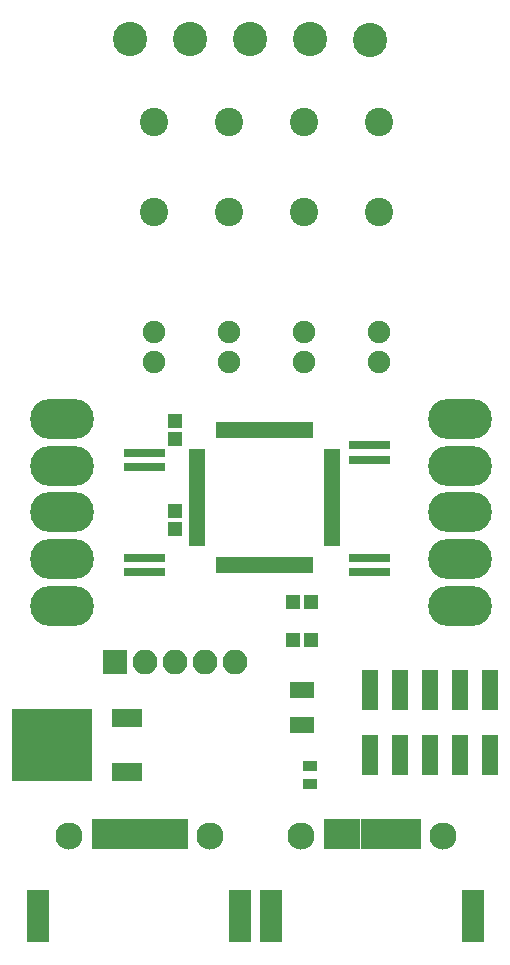
<source format=gts>
G04 #@! TF.FileFunction,Soldermask,Top*
%FSLAX46Y46*%
G04 Gerber Fmt 4.6, Leading zero omitted, Abs format (unit mm)*
G04 Created by KiCad (PCBNEW 4.0.4-stable) date 06/11/17 19:28:35*
%MOMM*%
%LPD*%
G01*
G04 APERTURE LIST*
%ADD10C,0.100000*%
%ADD11R,1.200000X1.150000*%
%ADD12R,1.150000X1.200000*%
%ADD13R,1.900000X4.400000*%
%ADD14C,1.300000*%
%ADD15C,2.300000*%
%ADD16R,1.000000X2.500000*%
%ADD17O,5.401260X3.399740*%
%ADD18C,2.900000*%
%ADD19R,2.100000X2.100000*%
%ADD20O,2.100000X2.100000*%
%ADD21R,1.300000X0.900000*%
%ADD22R,1.050000X0.800000*%
%ADD23R,0.850000X0.800000*%
%ADD24R,1.400000X0.650000*%
%ADD25R,0.650000X1.400000*%
%ADD26C,1.900000*%
%ADD27C,2.400000*%
%ADD28R,2.600000X1.600000*%
%ADD29R,6.800000X6.200000*%
%ADD30R,2.000000X1.400000*%
%ADD31R,1.400000X3.400000*%
G04 APERTURE END LIST*
D10*
D11*
X26785000Y29210000D03*
X25285000Y29210000D03*
D12*
X15240000Y46240000D03*
X15240000Y47740000D03*
D11*
X26785000Y32385000D03*
X25285000Y32385000D03*
D12*
X15240000Y38620000D03*
X15240000Y40120000D03*
D13*
X23370000Y5835000D03*
D14*
X23370000Y5835000D03*
D15*
X25970000Y12575000D03*
X37960000Y12575000D03*
D16*
X35570000Y12815000D03*
X34550000Y12815000D03*
X33530000Y12815000D03*
X32510000Y12815000D03*
X31490000Y12815000D03*
X30470000Y12815000D03*
X29450000Y12815000D03*
X28430000Y12815000D03*
D14*
X40470000Y5835000D03*
D13*
X40470000Y5835000D03*
X3685000Y5835000D03*
D14*
X3685000Y5835000D03*
D15*
X6285000Y12575000D03*
X18275000Y12575000D03*
D16*
X15885000Y12815000D03*
X14865000Y12815000D03*
X13845000Y12815000D03*
X12825000Y12815000D03*
X11805000Y12815000D03*
X10785000Y12815000D03*
X9765000Y12815000D03*
X8745000Y12815000D03*
D14*
X20785000Y5835000D03*
D13*
X20785000Y5835000D03*
D17*
X5715000Y36045140D03*
X5715000Y40005000D03*
X5715000Y43964860D03*
X5715000Y47924720D03*
X5715000Y32085280D03*
X39370000Y43964860D03*
X39370000Y40005000D03*
X39370000Y36045140D03*
X39370000Y32085280D03*
X39370000Y47924720D03*
D18*
X11430000Y80050000D03*
X16510000Y80050000D03*
X21590000Y80050000D03*
X26670000Y80050000D03*
X31750000Y80010000D03*
D19*
X10160000Y27305000D03*
D20*
X12700000Y27305000D03*
X15240000Y27305000D03*
X17780000Y27305000D03*
X20320000Y27305000D03*
D21*
X26670000Y17030000D03*
X26670000Y18530000D03*
D22*
X11500000Y36160000D03*
X11500000Y34960000D03*
X13900000Y36160000D03*
X13900000Y34960000D03*
D23*
X12300000Y36160000D03*
X13100000Y36160000D03*
X13100000Y34960000D03*
X12300000Y34960000D03*
D22*
X32950000Y44485000D03*
X32950000Y45685000D03*
X30550000Y44485000D03*
X30550000Y45685000D03*
D23*
X32150000Y44485000D03*
X31350000Y44485000D03*
X31350000Y45685000D03*
X32150000Y45685000D03*
D22*
X13900000Y43850000D03*
X13900000Y45050000D03*
X11500000Y43850000D03*
X11500000Y45050000D03*
D23*
X13100000Y43850000D03*
X12300000Y43850000D03*
X12300000Y45050000D03*
X13100000Y45050000D03*
D22*
X32950000Y34960000D03*
X32950000Y36160000D03*
X30550000Y34960000D03*
X30550000Y36160000D03*
D23*
X32150000Y34960000D03*
X31350000Y34960000D03*
X31350000Y36160000D03*
X32150000Y36160000D03*
D24*
X17160000Y45025000D03*
X17160000Y44525000D03*
X17160000Y44025000D03*
X17160000Y43525000D03*
X17160000Y43025000D03*
X17160000Y42525000D03*
X17160000Y42025000D03*
X17160000Y41525000D03*
X17160000Y41025000D03*
X17160000Y40525000D03*
X17160000Y40025000D03*
X17160000Y39525000D03*
X17160000Y39025000D03*
X17160000Y38525000D03*
X17160000Y38025000D03*
X17160000Y37525000D03*
D25*
X19110000Y35575000D03*
X19610000Y35575000D03*
X20110000Y35575000D03*
X20610000Y35575000D03*
X21110000Y35575000D03*
X21610000Y35575000D03*
X22110000Y35575000D03*
X22610000Y35575000D03*
X23110000Y35575000D03*
X23610000Y35575000D03*
X24110000Y35575000D03*
X24610000Y35575000D03*
X25110000Y35575000D03*
X25610000Y35575000D03*
X26110000Y35575000D03*
X26610000Y35575000D03*
D24*
X28560000Y37525000D03*
X28560000Y38025000D03*
X28560000Y38525000D03*
X28560000Y39025000D03*
X28560000Y39525000D03*
X28560000Y40025000D03*
X28560000Y40525000D03*
X28560000Y41025000D03*
X28560000Y41525000D03*
X28560000Y42025000D03*
X28560000Y42525000D03*
X28560000Y43025000D03*
X28560000Y43525000D03*
X28560000Y44025000D03*
X28560000Y44525000D03*
X28560000Y45025000D03*
D25*
X26610000Y46975000D03*
X26110000Y46975000D03*
X25610000Y46975000D03*
X25110000Y46975000D03*
X24610000Y46975000D03*
X24110000Y46975000D03*
X23610000Y46975000D03*
X23110000Y46975000D03*
X22610000Y46975000D03*
X22110000Y46975000D03*
X21610000Y46975000D03*
X21110000Y46975000D03*
X20610000Y46975000D03*
X20110000Y46975000D03*
X19610000Y46975000D03*
X19110000Y46975000D03*
D26*
X13465000Y52705000D03*
X13465000Y55245000D03*
D27*
X13465000Y65405000D03*
X13465000Y73025000D03*
D26*
X19815000Y52705000D03*
X19815000Y55245000D03*
D27*
X19815000Y65405000D03*
X19815000Y73025000D03*
D26*
X26165000Y52705000D03*
X26165000Y55245000D03*
D27*
X26165000Y65405000D03*
X26165000Y73025000D03*
D26*
X32515000Y52705000D03*
X32515000Y55245000D03*
D27*
X32515000Y65405000D03*
X32515000Y73025000D03*
D28*
X11185000Y18040000D03*
X11185000Y22600000D03*
D29*
X4885000Y20320000D03*
D30*
X26035000Y21995000D03*
X26035000Y24995000D03*
D31*
X31750000Y19455000D03*
X31750000Y24995000D03*
X34290000Y19455000D03*
X34290000Y24995000D03*
X36830000Y19455000D03*
X36830000Y24995000D03*
X39370000Y19455000D03*
X39370000Y24995000D03*
X41910000Y19455000D03*
X41910000Y24995000D03*
M02*

</source>
